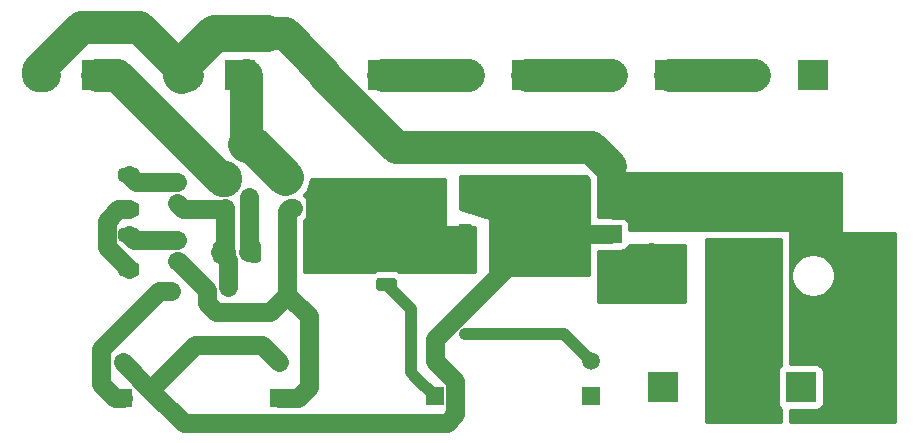
<source format=gbr>
%TF.GenerationSoftware,KiCad,Pcbnew,(5.1.9-0-10_14)*%
%TF.CreationDate,2022-04-24T23:49:05-07:00*%
%TF.ProjectId,PROTO_PCB_2022,50524f54-4f5f-4504-9342-5f323032322e,rev?*%
%TF.SameCoordinates,Original*%
%TF.FileFunction,Copper,L1,Top*%
%TF.FilePolarity,Positive*%
%FSLAX46Y46*%
G04 Gerber Fmt 4.6, Leading zero omitted, Abs format (unit mm)*
G04 Created by KiCad (PCBNEW (5.1.9-0-10_14)) date 2022-04-24 23:49:05*
%MOMM*%
%LPD*%
G01*
G04 APERTURE LIST*
%TA.AperFunction,ComponentPad*%
%ADD10C,3.500000*%
%TD*%
%TA.AperFunction,SMDPad,CuDef*%
%ADD11R,3.400000X1.800000*%
%TD*%
%TA.AperFunction,SMDPad,CuDef*%
%ADD12R,0.900000X0.800000*%
%TD*%
%TA.AperFunction,ComponentPad*%
%ADD13C,2.600000*%
%TD*%
%TA.AperFunction,ComponentPad*%
%ADD14R,2.600000X2.600000*%
%TD*%
%TA.AperFunction,ComponentPad*%
%ADD15C,1.520000*%
%TD*%
%TA.AperFunction,ComponentPad*%
%ADD16R,1.520000X1.520000*%
%TD*%
%TA.AperFunction,SMDPad,CuDef*%
%ADD17R,2.000000X1.500000*%
%TD*%
%TA.AperFunction,SMDPad,CuDef*%
%ADD18R,2.000000X3.800000*%
%TD*%
%TA.AperFunction,ViaPad*%
%ADD19C,0.800000*%
%TD*%
%TA.AperFunction,Conductor*%
%ADD20C,1.570000*%
%TD*%
%TA.AperFunction,Conductor*%
%ADD21C,2.768600*%
%TD*%
%TA.AperFunction,Conductor*%
%ADD22C,1.000000*%
%TD*%
%TA.AperFunction,Conductor*%
%ADD23C,3.140000*%
%TD*%
%TA.AperFunction,Conductor*%
%ADD24C,0.254000*%
%TD*%
%TA.AperFunction,Conductor*%
%ADD25C,0.100000*%
%TD*%
G04 APERTURE END LIST*
D10*
%TO.P,F1,2*%
%TO.N,12V_FOR_BRAKELIGHTS*%
X145344000Y-100838000D03*
%TO.P,F1,1*%
%TO.N,BATT_12V*%
X136144000Y-100838000D03*
%TD*%
%TO.P,D2,2*%
%TO.N,BRAKELIGHTS_EN_5V*%
%TA.AperFunction,SMDPad,CuDef*%
G36*
G01*
X86593000Y-95421000D02*
X87143000Y-95421000D01*
G75*
G02*
X87343000Y-95621000I0J-200000D01*
G01*
X87343000Y-96021000D01*
G75*
G02*
X87143000Y-96221000I-200000J0D01*
G01*
X86593000Y-96221000D01*
G75*
G02*
X86393000Y-96021000I0J200000D01*
G01*
X86393000Y-95621000D01*
G75*
G02*
X86593000Y-95421000I200000J0D01*
G01*
G37*
%TD.AperFunction*%
%TO.P,D2,1*%
%TO.N,Net-(D2-Pad1)*%
%TA.AperFunction,SMDPad,CuDef*%
G36*
G01*
X86593000Y-93771000D02*
X87143000Y-93771000D01*
G75*
G02*
X87343000Y-93971000I0J-200000D01*
G01*
X87343000Y-94371000D01*
G75*
G02*
X87143000Y-94571000I-200000J0D01*
G01*
X86593000Y-94571000D01*
G75*
G02*
X86393000Y-94371000I0J200000D01*
G01*
X86393000Y-93971000D01*
G75*
G02*
X86593000Y-93771000I200000J0D01*
G01*
G37*
%TD.AperFunction*%
%TD*%
D11*
%TO.P,TP3,1*%
%TO.N,GND*%
X104648000Y-94996000D03*
%TD*%
%TO.P,TP2,1*%
%TO.N,+5V*%
X112776000Y-94996000D03*
%TD*%
%TO.P,TP1,1*%
%TO.N,12V_FOR_BRAKELIGHTS*%
X134112000Y-94234000D03*
%TD*%
%TO.P,R5,2*%
%TO.N,GND*%
%TA.AperFunction,SMDPad,CuDef*%
G36*
G01*
X92871500Y-100701001D02*
X92871500Y-99450999D01*
G75*
G02*
X93121499Y-99201000I249999J0D01*
G01*
X93746501Y-99201000D01*
G75*
G02*
X93996500Y-99450999I0J-249999D01*
G01*
X93996500Y-100701001D01*
G75*
G02*
X93746501Y-100951000I-249999J0D01*
G01*
X93121499Y-100951000D01*
G75*
G02*
X92871500Y-100701001I0J249999D01*
G01*
G37*
%TD.AperFunction*%
%TO.P,R5,1*%
%TO.N,BRAKELIGHTS_EN_5V*%
%TA.AperFunction,SMDPad,CuDef*%
G36*
G01*
X89946500Y-100701001D02*
X89946500Y-99450999D01*
G75*
G02*
X90196499Y-99201000I249999J0D01*
G01*
X90821501Y-99201000D01*
G75*
G02*
X91071500Y-99450999I0J-249999D01*
G01*
X91071500Y-100701001D01*
G75*
G02*
X90821501Y-100951000I-249999J0D01*
G01*
X90196499Y-100951000D01*
G75*
G02*
X89946500Y-100701001I0J249999D01*
G01*
G37*
%TD.AperFunction*%
%TD*%
%TO.P,R4,2*%
%TO.N,GND*%
%TA.AperFunction,SMDPad,CuDef*%
G36*
G01*
X82178999Y-95896000D02*
X83429001Y-95896000D01*
G75*
G02*
X83679000Y-96145999I0J-249999D01*
G01*
X83679000Y-96771001D01*
G75*
G02*
X83429001Y-97021000I-249999J0D01*
G01*
X82178999Y-97021000D01*
G75*
G02*
X81929000Y-96771001I0J249999D01*
G01*
X81929000Y-96145999D01*
G75*
G02*
X82178999Y-95896000I249999J0D01*
G01*
G37*
%TD.AperFunction*%
%TO.P,R4,1*%
%TO.N,Net-(D2-Pad1)*%
%TA.AperFunction,SMDPad,CuDef*%
G36*
G01*
X82178999Y-92971000D02*
X83429001Y-92971000D01*
G75*
G02*
X83679000Y-93220999I0J-249999D01*
G01*
X83679000Y-93846001D01*
G75*
G02*
X83429001Y-94096000I-249999J0D01*
G01*
X82178999Y-94096000D01*
G75*
G02*
X81929000Y-93846001I0J249999D01*
G01*
X81929000Y-93220999D01*
G75*
G02*
X82178999Y-92971000I249999J0D01*
G01*
G37*
%TD.AperFunction*%
%TD*%
%TO.P,R3,2*%
%TO.N,GND*%
%TA.AperFunction,SMDPad,CuDef*%
G36*
G01*
X105235401Y-100446000D02*
X103985399Y-100446000D01*
G75*
G02*
X103735400Y-100196001I0J249999D01*
G01*
X103735400Y-99570999D01*
G75*
G02*
X103985399Y-99321000I249999J0D01*
G01*
X105235401Y-99321000D01*
G75*
G02*
X105485400Y-99570999I0J-249999D01*
G01*
X105485400Y-100196001D01*
G75*
G02*
X105235401Y-100446000I-249999J0D01*
G01*
G37*
%TD.AperFunction*%
%TO.P,R3,1*%
%TO.N,VESC_EN_5V*%
%TA.AperFunction,SMDPad,CuDef*%
G36*
G01*
X105235401Y-103371000D02*
X103985399Y-103371000D01*
G75*
G02*
X103735400Y-103121001I0J249999D01*
G01*
X103735400Y-102495999D01*
G75*
G02*
X103985399Y-102246000I249999J0D01*
G01*
X105235401Y-102246000D01*
G75*
G02*
X105485400Y-102495999I0J-249999D01*
G01*
X105485400Y-103121001D01*
G75*
G02*
X105235401Y-103371000I-249999J0D01*
G01*
G37*
%TD.AperFunction*%
%TD*%
%TO.P,R2,2*%
%TO.N,GND*%
%TA.AperFunction,SMDPad,CuDef*%
G36*
G01*
X98586500Y-100680000D02*
X98586500Y-99429998D01*
G75*
G02*
X98836499Y-99179999I249999J0D01*
G01*
X99461501Y-99179999D01*
G75*
G02*
X99711500Y-99429998I0J-249999D01*
G01*
X99711500Y-100680000D01*
G75*
G02*
X99461501Y-100929999I-249999J0D01*
G01*
X98836499Y-100929999D01*
G75*
G02*
X98586500Y-100680000I0J249999D01*
G01*
G37*
%TD.AperFunction*%
%TO.P,R2,1*%
%TO.N,HORN_EN_5V*%
%TA.AperFunction,SMDPad,CuDef*%
G36*
G01*
X95661500Y-100680000D02*
X95661500Y-99429998D01*
G75*
G02*
X95911499Y-99179999I249999J0D01*
G01*
X96536501Y-99179999D01*
G75*
G02*
X96786500Y-99429998I0J-249999D01*
G01*
X96786500Y-100680000D01*
G75*
G02*
X96536501Y-100929999I-249999J0D01*
G01*
X95911499Y-100929999D01*
G75*
G02*
X95661500Y-100680000I0J249999D01*
G01*
G37*
%TD.AperFunction*%
%TD*%
%TO.P,R1,2*%
%TO.N,GND*%
%TA.AperFunction,SMDPad,CuDef*%
G36*
G01*
X82178999Y-100976000D02*
X83429001Y-100976000D01*
G75*
G02*
X83679000Y-101225999I0J-249999D01*
G01*
X83679000Y-101851001D01*
G75*
G02*
X83429001Y-102101000I-249999J0D01*
G01*
X82178999Y-102101000D01*
G75*
G02*
X81929000Y-101851001I0J249999D01*
G01*
X81929000Y-101225999D01*
G75*
G02*
X82178999Y-100976000I249999J0D01*
G01*
G37*
%TD.AperFunction*%
%TO.P,R1,1*%
%TO.N,Net-(D1-Pad1)*%
%TA.AperFunction,SMDPad,CuDef*%
G36*
G01*
X82178999Y-98051000D02*
X83429001Y-98051000D01*
G75*
G02*
X83679000Y-98300999I0J-249999D01*
G01*
X83679000Y-98926001D01*
G75*
G02*
X83429001Y-99176000I-249999J0D01*
G01*
X82178999Y-99176000D01*
G75*
G02*
X81929000Y-98926001I0J249999D01*
G01*
X81929000Y-98300999D01*
G75*
G02*
X82178999Y-98051000I249999J0D01*
G01*
G37*
%TD.AperFunction*%
%TD*%
D12*
%TO.P,Q2,3*%
%TO.N,GND*%
X92948000Y-95504000D03*
%TO.P,Q2,2*%
%TO.N,BRAKELIGHTS_EN_5V*%
X90948000Y-96454000D03*
%TO.P,Q2,1*%
%TO.N,BRAKELIGHTS_GND*%
X90948000Y-94554000D03*
%TD*%
D13*
%TO.P,J10,2*%
%TO.N,ECU_KILL_EN_TOGGLESWITCH_2B*%
X123600200Y-85090000D03*
D14*
%TO.P,J10,1*%
%TO.N,ECU_KILL_EN_TOGGLESWITCH_3B*%
X128600200Y-85090000D03*
%TD*%
D13*
%TO.P,J9,2*%
%TO.N,ECU_KILL_EN_TOGGLESWITCH_1B*%
X111484400Y-85090000D03*
D14*
%TO.P,J9,1*%
%TO.N,ECU_KILL_EN_TOGGLESWITCH_2B*%
X116484400Y-85090000D03*
%TD*%
D13*
%TO.P,J8,2*%
%TO.N,12V_FOR_BRAKELIGHTS*%
X99368600Y-85090000D03*
D14*
%TO.P,J8,1*%
%TO.N,ECU_KILL_EN_TOGGLESWITCH_1B*%
X104368600Y-85090000D03*
%TD*%
D15*
%TO.P,J6,2*%
%TO.N,+5V*%
X82296000Y-109395001D03*
D16*
%TO.P,J6,1*%
%TO.N,BRAKELIGHTS_EN_5V*%
X82296000Y-112395000D03*
%TD*%
D15*
%TO.P,J4,2*%
%TO.N,VESC_EN_5V*%
X121920000Y-109268001D03*
D16*
%TO.P,J4,1*%
%TO.N,GND*%
X121920000Y-112268000D03*
%TD*%
D15*
%TO.P,J3,2*%
%TO.N,+5V*%
X108712000Y-109268001D03*
D16*
%TO.P,J3,1*%
%TO.N,VESC_EN_5V*%
X108712000Y-112268000D03*
%TD*%
D15*
%TO.P,J1,2*%
%TO.N,+5V*%
X95504000Y-109395001D03*
D16*
%TO.P,J1,1*%
%TO.N,HORN_EN_5V*%
X95504000Y-112395000D03*
%TD*%
%TO.P,D1,2*%
%TO.N,HORN_EN_5V*%
%TA.AperFunction,SMDPad,CuDef*%
G36*
G01*
X86593000Y-100310000D02*
X87143000Y-100310000D01*
G75*
G02*
X87343000Y-100510000I0J-200000D01*
G01*
X87343000Y-100910000D01*
G75*
G02*
X87143000Y-101110000I-200000J0D01*
G01*
X86593000Y-101110000D01*
G75*
G02*
X86393000Y-100910000I0J200000D01*
G01*
X86393000Y-100510000D01*
G75*
G02*
X86593000Y-100310000I200000J0D01*
G01*
G37*
%TD.AperFunction*%
%TO.P,D1,1*%
%TO.N,Net-(D1-Pad1)*%
%TA.AperFunction,SMDPad,CuDef*%
G36*
G01*
X86593000Y-98660000D02*
X87143000Y-98660000D01*
G75*
G02*
X87343000Y-98860000I0J-200000D01*
G01*
X87343000Y-99260000D01*
G75*
G02*
X87143000Y-99460000I-200000J0D01*
G01*
X86593000Y-99460000D01*
G75*
G02*
X86393000Y-99260000I0J200000D01*
G01*
X86393000Y-98860000D01*
G75*
G02*
X86593000Y-98660000I200000J0D01*
G01*
G37*
%TD.AperFunction*%
%TD*%
%TO.P,C2,2*%
%TO.N,GND*%
%TA.AperFunction,SMDPad,CuDef*%
G36*
G01*
X111876000Y-97901999D02*
X111876000Y-99202001D01*
G75*
G02*
X111626001Y-99452000I-249999J0D01*
G01*
X110975999Y-99452000D01*
G75*
G02*
X110726000Y-99202001I0J249999D01*
G01*
X110726000Y-97901999D01*
G75*
G02*
X110975999Y-97652000I249999J0D01*
G01*
X111626001Y-97652000D01*
G75*
G02*
X111876000Y-97901999I0J-249999D01*
G01*
G37*
%TD.AperFunction*%
%TO.P,C2,1*%
%TO.N,+5V*%
%TA.AperFunction,SMDPad,CuDef*%
G36*
G01*
X114826000Y-97901999D02*
X114826000Y-99202001D01*
G75*
G02*
X114576001Y-99452000I-249999J0D01*
G01*
X113925999Y-99452000D01*
G75*
G02*
X113676000Y-99202001I0J249999D01*
G01*
X113676000Y-97901999D01*
G75*
G02*
X113925999Y-97652000I249999J0D01*
G01*
X114576001Y-97652000D01*
G75*
G02*
X114826000Y-97901999I0J-249999D01*
G01*
G37*
%TD.AperFunction*%
%TD*%
%TO.P,C1,2*%
%TO.N,GND*%
%TA.AperFunction,SMDPad,CuDef*%
G36*
G01*
X126349999Y-99452000D02*
X127650001Y-99452000D01*
G75*
G02*
X127900000Y-99701999I0J-249999D01*
G01*
X127900000Y-100352001D01*
G75*
G02*
X127650001Y-100602000I-249999J0D01*
G01*
X126349999Y-100602000D01*
G75*
G02*
X126100000Y-100352001I0J249999D01*
G01*
X126100000Y-99701999D01*
G75*
G02*
X126349999Y-99452000I249999J0D01*
G01*
G37*
%TD.AperFunction*%
%TO.P,C1,1*%
%TO.N,12V_FOR_BRAKELIGHTS*%
%TA.AperFunction,SMDPad,CuDef*%
G36*
G01*
X126349999Y-96502000D02*
X127650001Y-96502000D01*
G75*
G02*
X127900000Y-96751999I0J-249999D01*
G01*
X127900000Y-97402001D01*
G75*
G02*
X127650001Y-97652000I-249999J0D01*
G01*
X126349999Y-97652000D01*
G75*
G02*
X126100000Y-97402001I0J249999D01*
G01*
X126100000Y-96751999D01*
G75*
G02*
X126349999Y-96502000I249999J0D01*
G01*
G37*
%TD.AperFunction*%
%TD*%
D17*
%TO.P,U1,1*%
%TO.N,GND*%
X123546000Y-100852000D03*
%TO.P,U1,3*%
%TO.N,12V_FOR_BRAKELIGHTS*%
X123546000Y-96252000D03*
%TO.P,U1,2*%
%TO.N,+5V*%
X123546000Y-98552000D03*
D18*
X117246000Y-98552000D03*
%TD*%
D13*
%TO.P,J2,2*%
%TO.N,12V_FOR_BRAKELIGHTS*%
X87252800Y-85090000D03*
D14*
%TO.P,J2,1*%
%TO.N,HORN_GND*%
X92252800Y-85090000D03*
%TD*%
D13*
%TO.P,J7,2*%
%TO.N,12V_FOR_BRAKELIGHTS*%
X75137000Y-85090000D03*
D14*
%TO.P,J7,1*%
%TO.N,BRAKELIGHTS_GND*%
X80137000Y-85090000D03*
%TD*%
D13*
%TO.P,J5,2*%
%TO.N,ECU_KILL_EN_TOGGLESWITCH_3B*%
X135716000Y-85090000D03*
D14*
%TO.P,J5,1*%
%TO.N,GND*%
X140716000Y-85090000D03*
%TD*%
D13*
%TO.P,J12,2*%
%TO.N,12V_FOR_BRAKELIGHTS*%
X144700000Y-111506000D03*
D14*
%TO.P,J12,1*%
%TO.N,GND*%
X139700000Y-111506000D03*
%TD*%
D13*
%TO.P,J11,2*%
%TO.N,BATT_12V*%
X133016000Y-111506000D03*
D14*
%TO.P,J11,1*%
%TO.N,GND*%
X128016000Y-111506000D03*
%TD*%
D12*
%TO.P,Q1,3*%
%TO.N,GND*%
X98686500Y-95377000D03*
%TO.P,Q1,2*%
%TO.N,HORN_EN_5V*%
X96686500Y-96327000D03*
%TO.P,Q1,1*%
%TO.N,HORN_GND*%
X96686500Y-94427000D03*
%TD*%
D19*
%TO.N,GND*%
X123190000Y-103632000D03*
X126238000Y-102616000D03*
X127762000Y-102616000D03*
X124714000Y-103632000D03*
X126238000Y-103632000D03*
X127762000Y-103632000D03*
X129286000Y-103632000D03*
X101600000Y-97790000D03*
X103124000Y-97790000D03*
X104648000Y-97790000D03*
X106172000Y-97790000D03*
X107696000Y-97790000D03*
X109220000Y-97790000D03*
X107696000Y-99314000D03*
X107696000Y-100838000D03*
X101600000Y-99314000D03*
X101600000Y-100838000D03*
X101600000Y-96266000D03*
X101600000Y-94742000D03*
X107696000Y-96266000D03*
X107696000Y-94742000D03*
X109220000Y-99314000D03*
X109220000Y-100838000D03*
X129286000Y-102616000D03*
X92964000Y-98298000D03*
X80943990Y-98126010D03*
X80943990Y-99142010D03*
%TO.N,BRAKELIGHTS_EN_5V*%
X91440000Y-102870000D03*
X90932000Y-101854000D03*
X86360000Y-103378000D03*
X85350429Y-103384429D03*
%TO.N,VESC_EN_5V*%
X112268000Y-106934000D03*
X106680000Y-107950000D03*
X111252000Y-106934000D03*
X106680000Y-106934000D03*
%TD*%
D20*
%TO.N,GND*%
X92964000Y-99996000D02*
X92884000Y-100076000D01*
X92964000Y-95391000D02*
X92964000Y-98171000D01*
X98599000Y-95542499D02*
X98686500Y-95454999D01*
X98599000Y-100054999D02*
X98599000Y-98378000D01*
X92964000Y-98171000D02*
X92964000Y-98298000D01*
X126175000Y-100852000D02*
X127000000Y-100027000D01*
X123546000Y-100852000D02*
X125462000Y-100852000D01*
X98599000Y-98378000D02*
X98599000Y-95542499D01*
X125462000Y-100852000D02*
X126175000Y-100852000D01*
X92964000Y-98298000D02*
X92964000Y-99996000D01*
X80943990Y-99678490D02*
X82804000Y-101538500D01*
X80943990Y-97443510D02*
X80943990Y-98126010D01*
X81929000Y-96458500D02*
X80943990Y-97443510D01*
X82804000Y-96458500D02*
X81929000Y-96458500D01*
X80943990Y-98126010D02*
X80943990Y-99142010D01*
X80943990Y-99142010D02*
X80943990Y-99678490D01*
X125462000Y-100852000D02*
X126478000Y-100852000D01*
D21*
%TO.N,ECU_KILL_EN_TOGGLESWITCH_1B*%
X104368600Y-85090000D02*
X111484400Y-85090000D01*
%TO.N,ECU_KILL_EN_TOGGLESWITCH_2B*%
X116484400Y-85090000D02*
X123600200Y-85090000D01*
%TO.N,ECU_KILL_EN_TOGGLESWITCH_3B*%
X128600200Y-85090000D02*
X135716000Y-85090000D01*
D20*
%TO.N,BRAKELIGHTS_EN_5V*%
X90964000Y-99981000D02*
X91059000Y-100076000D01*
X90964000Y-96341000D02*
X90964000Y-99981000D01*
X87380990Y-96454000D02*
X86868000Y-95941010D01*
X90948000Y-96454000D02*
X87380990Y-96454000D01*
X81661000Y-112395000D02*
X80461001Y-111195001D01*
X80461001Y-108273857D02*
X85350429Y-103384429D01*
X80461001Y-111195001D02*
X80461001Y-108273857D01*
X82296000Y-112395000D02*
X81661000Y-112395000D01*
X85356858Y-103378000D02*
X86360000Y-103378000D01*
X86360000Y-103378000D02*
X86360000Y-103378000D01*
X85350429Y-103384429D02*
X85356858Y-103378000D01*
X91178009Y-100745009D02*
X91178009Y-102992991D01*
X90509000Y-100076000D02*
X91178009Y-100745009D01*
%TO.N,HORN_EN_5V*%
X96686500Y-96327000D02*
X96459000Y-96327000D01*
X96224000Y-96562000D02*
X96224000Y-100054999D01*
X96459000Y-96327000D02*
X96224000Y-96562000D01*
X96224000Y-103674000D02*
X96224000Y-100054999D01*
X89408000Y-104394000D02*
X89408000Y-103250000D01*
X90170000Y-105156000D02*
X89408000Y-104394000D01*
X89408000Y-103250000D02*
X86988010Y-100830010D01*
X86988010Y-100830010D02*
X86868000Y-100830010D01*
X94742000Y-105156000D02*
X90170000Y-105156000D01*
X96224000Y-103674000D02*
X94742000Y-105156000D01*
X98044000Y-105494000D02*
X96224000Y-103674000D01*
X98044000Y-111506000D02*
X98044000Y-105494000D01*
X97155000Y-112395000D02*
X98044000Y-111506000D01*
X95504000Y-112395000D02*
X97155000Y-112395000D01*
%TO.N,+5V*%
X123546000Y-98552000D02*
X117246000Y-98552000D01*
X110457001Y-111013002D02*
X108712000Y-109268001D01*
X110457001Y-113816001D02*
X110457001Y-111013002D01*
X109719002Y-114554000D02*
X110457001Y-113816001D01*
X87454999Y-114554000D02*
X109719002Y-114554000D01*
X82296000Y-109395001D02*
X84621500Y-111720500D01*
X84621500Y-111720500D02*
X87454999Y-114554000D01*
X94058999Y-107950000D02*
X95504000Y-109395001D01*
X88392000Y-107950000D02*
X94058999Y-107950000D01*
X84621500Y-111720500D02*
X88392000Y-107950000D01*
X108712000Y-109268001D02*
X108712000Y-107442000D01*
X108712000Y-107442000D02*
X115316000Y-100838000D01*
D22*
%TO.N,VESC_EN_5V*%
X106680000Y-110236000D02*
X107061000Y-110617000D01*
X106680000Y-104878100D02*
X106680000Y-106934000D01*
X107061000Y-110617000D02*
X108712000Y-112268000D01*
X104610400Y-102808500D02*
X106680000Y-104878100D01*
X106680000Y-107950000D02*
X106680000Y-110236000D01*
X106680000Y-106934000D02*
X106680000Y-107950000D01*
X119620059Y-106968060D02*
X111286060Y-106968060D01*
X121920000Y-109268001D02*
X119620059Y-106968060D01*
D21*
%TO.N,12V_FOR_BRAKELIGHTS*%
X99368600Y-85090000D02*
X105464600Y-91186000D01*
X105464600Y-91186000D02*
X121920000Y-91186000D01*
X121920000Y-91186000D02*
X123546000Y-92812000D01*
X125847742Y-96252000D02*
X126175000Y-96252000D01*
X125813441Y-96217699D02*
X125847742Y-96252000D01*
X75645000Y-85090000D02*
X75137000Y-85090000D01*
X83646000Y-81026000D02*
X87710000Y-85090000D01*
X78749258Y-81026000D02*
X83646000Y-81026000D01*
X75137000Y-84638258D02*
X78749258Y-81026000D01*
X75137000Y-85090000D02*
X75137000Y-84638258D01*
X96012000Y-81534000D02*
X99368600Y-84890600D01*
X99368600Y-84890600D02*
X99368600Y-85090000D01*
X94488000Y-81534000D02*
X96012000Y-81534000D01*
D23*
X90022798Y-81534000D02*
X87252800Y-84303998D01*
X87252800Y-84303998D02*
X87252800Y-85090000D01*
X94488000Y-81534000D02*
X90022798Y-81534000D01*
D21*
%TO.N,BRAKELIGHTS_GND*%
X80645000Y-85090000D02*
X81105000Y-85090000D01*
X90932000Y-93971690D02*
X90932000Y-93726000D01*
X90669690Y-93971690D02*
X90932000Y-93971690D01*
X81788000Y-85090000D02*
X90669690Y-93971690D01*
X80137000Y-85090000D02*
X81788000Y-85090000D01*
%TO.N,HORN_GND*%
X92710000Y-85090000D02*
X92710000Y-90958500D01*
X92710000Y-90958500D02*
X92736500Y-90958500D01*
D23*
X92710000Y-90958500D02*
X93244500Y-90958500D01*
X93244500Y-90958500D02*
X96012000Y-93726000D01*
D20*
%TO.N,Net-(D1-Pad1)*%
X83250500Y-99060000D02*
X82804000Y-98613500D01*
X86868000Y-99060000D02*
X83250500Y-99060000D01*
%TO.N,Net-(D2-Pad1)*%
X83441500Y-94171000D02*
X82804000Y-93533500D01*
X86868000Y-94171000D02*
X83441500Y-94171000D01*
%TD*%
D24*
%TO.N,+5V*%
X121793000Y-93914722D02*
X121793000Y-101981000D01*
X113411000Y-101981000D01*
X113411000Y-97282000D01*
X113408560Y-97257224D01*
X113401333Y-97233399D01*
X113389597Y-97211443D01*
X113373803Y-97192197D01*
X113354557Y-97176403D01*
X113332601Y-97164667D01*
X113320493Y-97160356D01*
X110871000Y-96425508D01*
X110871000Y-93599000D01*
X121477279Y-93599000D01*
X121793000Y-93914722D01*
%TA.AperFunction,Conductor*%
D25*
G36*
X121793000Y-93914722D02*
G01*
X121793000Y-101981000D01*
X113411000Y-101981000D01*
X113411000Y-97282000D01*
X113408560Y-97257224D01*
X113401333Y-97233399D01*
X113389597Y-97211443D01*
X113373803Y-97192197D01*
X113354557Y-97176403D01*
X113332601Y-97164667D01*
X113320493Y-97160356D01*
X110871000Y-96425508D01*
X110871000Y-93599000D01*
X121477279Y-93599000D01*
X121793000Y-93914722D01*
G37*
%TD.AperFunction*%
%TD*%
D24*
%TO.N,GND*%
X109601000Y-97790000D02*
X109603440Y-97814776D01*
X109610667Y-97838601D01*
X109622403Y-97860557D01*
X109638197Y-97879803D01*
X109657443Y-97895597D01*
X109679399Y-97907333D01*
X109703224Y-97914560D01*
X109728000Y-97917000D01*
X112141000Y-97917000D01*
X112141000Y-101727000D01*
X105671548Y-101727000D01*
X105575251Y-101675528D01*
X105408655Y-101624992D01*
X105235401Y-101607928D01*
X103985399Y-101607928D01*
X103812145Y-101624992D01*
X103645549Y-101675528D01*
X103549252Y-101727000D01*
X97663000Y-101727000D01*
X97663000Y-97362579D01*
X97695449Y-97335949D01*
X97872899Y-97119726D01*
X98004756Y-96873040D01*
X98085953Y-96605369D01*
X98113370Y-96327000D01*
X98085953Y-96048631D01*
X98004756Y-95780960D01*
X97872899Y-95534274D01*
X97695449Y-95318051D01*
X97663000Y-95291421D01*
X97663000Y-95190012D01*
X97854262Y-94956959D01*
X98059011Y-94573899D01*
X98185095Y-94158255D01*
X98215160Y-93853000D01*
X109601000Y-93853000D01*
X109601000Y-97790000D01*
%TA.AperFunction,Conductor*%
D25*
G36*
X109601000Y-97790000D02*
G01*
X109603440Y-97814776D01*
X109610667Y-97838601D01*
X109622403Y-97860557D01*
X109638197Y-97879803D01*
X109657443Y-97895597D01*
X109679399Y-97907333D01*
X109703224Y-97914560D01*
X109728000Y-97917000D01*
X112141000Y-97917000D01*
X112141000Y-101727000D01*
X105671548Y-101727000D01*
X105575251Y-101675528D01*
X105408655Y-101624992D01*
X105235401Y-101607928D01*
X103985399Y-101607928D01*
X103812145Y-101624992D01*
X103645549Y-101675528D01*
X103549252Y-101727000D01*
X97663000Y-101727000D01*
X97663000Y-97362579D01*
X97695449Y-97335949D01*
X97872899Y-97119726D01*
X98004756Y-96873040D01*
X98085953Y-96605369D01*
X98113370Y-96327000D01*
X98085953Y-96048631D01*
X98004756Y-95780960D01*
X97872899Y-95534274D01*
X97695449Y-95318051D01*
X97663000Y-95291421D01*
X97663000Y-95190012D01*
X97854262Y-94956959D01*
X98059011Y-94573899D01*
X98185095Y-94158255D01*
X98215160Y-93853000D01*
X109601000Y-93853000D01*
X109601000Y-97790000D01*
G37*
%TD.AperFunction*%
%TD*%
D24*
%TO.N,GND*%
X129921000Y-104267000D02*
X122555000Y-104267000D01*
X122555000Y-99972000D01*
X123615752Y-99972000D01*
X123824369Y-99951453D01*
X123861887Y-99940072D01*
X124546000Y-99940072D01*
X124670482Y-99927812D01*
X124790180Y-99891502D01*
X124900494Y-99832537D01*
X124997185Y-99753185D01*
X125076537Y-99656494D01*
X125135502Y-99546180D01*
X125167408Y-99441000D01*
X129921000Y-99441000D01*
X129921000Y-104267000D01*
%TA.AperFunction,Conductor*%
D25*
G36*
X129921000Y-104267000D02*
G01*
X122555000Y-104267000D01*
X122555000Y-99972000D01*
X123615752Y-99972000D01*
X123824369Y-99951453D01*
X123861887Y-99940072D01*
X124546000Y-99940072D01*
X124670482Y-99927812D01*
X124790180Y-99891502D01*
X124900494Y-99832537D01*
X124997185Y-99753185D01*
X125076537Y-99656494D01*
X125135502Y-99546180D01*
X125167408Y-99441000D01*
X129921000Y-99441000D01*
X129921000Y-104267000D01*
G37*
%TD.AperFunction*%
%TD*%
D24*
%TO.N,12V_FOR_BRAKELIGHTS*%
X143129000Y-98298000D02*
X143131440Y-98322776D01*
X143138667Y-98346601D01*
X143150403Y-98368557D01*
X143166197Y-98387803D01*
X143185443Y-98403597D01*
X143207399Y-98415333D01*
X143231224Y-98422560D01*
X143256000Y-98425000D01*
X147701000Y-98425000D01*
X147701000Y-114427000D01*
X138811000Y-114427000D01*
X138811000Y-113444072D01*
X141000000Y-113444072D01*
X141124482Y-113431812D01*
X141244180Y-113395502D01*
X141354494Y-113336537D01*
X141451185Y-113257185D01*
X141530537Y-113160494D01*
X141589502Y-113050180D01*
X141625812Y-112930482D01*
X141638072Y-112806000D01*
X141638072Y-110206000D01*
X141625812Y-110081518D01*
X141589502Y-109961820D01*
X141530537Y-109851506D01*
X141451185Y-109754815D01*
X141354494Y-109675463D01*
X141244180Y-109616498D01*
X141124482Y-109580188D01*
X141000000Y-109567928D01*
X138811000Y-109567928D01*
X138811000Y-101857268D01*
X138909000Y-101857268D01*
X138909000Y-102218732D01*
X138979518Y-102573250D01*
X139117844Y-102907199D01*
X139318662Y-103207744D01*
X139574256Y-103463338D01*
X139874801Y-103664156D01*
X140208750Y-103802482D01*
X140563268Y-103873000D01*
X140924732Y-103873000D01*
X141279250Y-103802482D01*
X141613199Y-103664156D01*
X141913744Y-103463338D01*
X142169338Y-103207744D01*
X142370156Y-102907199D01*
X142508482Y-102573250D01*
X142579000Y-102218732D01*
X142579000Y-101857268D01*
X142508482Y-101502750D01*
X142370156Y-101168801D01*
X142169338Y-100868256D01*
X141913744Y-100612662D01*
X141613199Y-100411844D01*
X141279250Y-100273518D01*
X140924732Y-100203000D01*
X140563268Y-100203000D01*
X140208750Y-100273518D01*
X139874801Y-100411844D01*
X139574256Y-100612662D01*
X139318662Y-100868256D01*
X139117844Y-101168801D01*
X138979518Y-101502750D01*
X138909000Y-101857268D01*
X138811000Y-101857268D01*
X138811000Y-98298000D01*
X138808560Y-98273224D01*
X138801333Y-98249399D01*
X138789597Y-98227443D01*
X138773803Y-98208197D01*
X138754557Y-98192403D01*
X138732601Y-98180667D01*
X138708776Y-98173440D01*
X138684000Y-98171000D01*
X125184072Y-98171000D01*
X125184072Y-97802000D01*
X125171812Y-97677518D01*
X125135502Y-97557820D01*
X125076537Y-97447506D01*
X124997185Y-97350815D01*
X124900494Y-97271463D01*
X124790180Y-97212498D01*
X124670482Y-97176188D01*
X124546000Y-97163928D01*
X123861887Y-97163928D01*
X123824369Y-97152547D01*
X123615752Y-97132000D01*
X122555000Y-97132000D01*
X122555000Y-93345000D01*
X143129000Y-93345000D01*
X143129000Y-98298000D01*
%TA.AperFunction,Conductor*%
D25*
G36*
X143129000Y-98298000D02*
G01*
X143131440Y-98322776D01*
X143138667Y-98346601D01*
X143150403Y-98368557D01*
X143166197Y-98387803D01*
X143185443Y-98403597D01*
X143207399Y-98415333D01*
X143231224Y-98422560D01*
X143256000Y-98425000D01*
X147701000Y-98425000D01*
X147701000Y-114427000D01*
X138811000Y-114427000D01*
X138811000Y-113444072D01*
X141000000Y-113444072D01*
X141124482Y-113431812D01*
X141244180Y-113395502D01*
X141354494Y-113336537D01*
X141451185Y-113257185D01*
X141530537Y-113160494D01*
X141589502Y-113050180D01*
X141625812Y-112930482D01*
X141638072Y-112806000D01*
X141638072Y-110206000D01*
X141625812Y-110081518D01*
X141589502Y-109961820D01*
X141530537Y-109851506D01*
X141451185Y-109754815D01*
X141354494Y-109675463D01*
X141244180Y-109616498D01*
X141124482Y-109580188D01*
X141000000Y-109567928D01*
X138811000Y-109567928D01*
X138811000Y-101857268D01*
X138909000Y-101857268D01*
X138909000Y-102218732D01*
X138979518Y-102573250D01*
X139117844Y-102907199D01*
X139318662Y-103207744D01*
X139574256Y-103463338D01*
X139874801Y-103664156D01*
X140208750Y-103802482D01*
X140563268Y-103873000D01*
X140924732Y-103873000D01*
X141279250Y-103802482D01*
X141613199Y-103664156D01*
X141913744Y-103463338D01*
X142169338Y-103207744D01*
X142370156Y-102907199D01*
X142508482Y-102573250D01*
X142579000Y-102218732D01*
X142579000Y-101857268D01*
X142508482Y-101502750D01*
X142370156Y-101168801D01*
X142169338Y-100868256D01*
X141913744Y-100612662D01*
X141613199Y-100411844D01*
X141279250Y-100273518D01*
X140924732Y-100203000D01*
X140563268Y-100203000D01*
X140208750Y-100273518D01*
X139874801Y-100411844D01*
X139574256Y-100612662D01*
X139318662Y-100868256D01*
X139117844Y-101168801D01*
X138979518Y-101502750D01*
X138909000Y-101857268D01*
X138811000Y-101857268D01*
X138811000Y-98298000D01*
X138808560Y-98273224D01*
X138801333Y-98249399D01*
X138789597Y-98227443D01*
X138773803Y-98208197D01*
X138754557Y-98192403D01*
X138732601Y-98180667D01*
X138708776Y-98173440D01*
X138684000Y-98171000D01*
X125184072Y-98171000D01*
X125184072Y-97802000D01*
X125171812Y-97677518D01*
X125135502Y-97557820D01*
X125076537Y-97447506D01*
X124997185Y-97350815D01*
X124900494Y-97271463D01*
X124790180Y-97212498D01*
X124670482Y-97176188D01*
X124546000Y-97163928D01*
X123861887Y-97163928D01*
X123824369Y-97152547D01*
X123615752Y-97132000D01*
X122555000Y-97132000D01*
X122555000Y-93345000D01*
X143129000Y-93345000D01*
X143129000Y-98298000D01*
G37*
%TD.AperFunction*%
%TD*%
D24*
%TO.N,BATT_12V*%
X138049000Y-109673595D02*
X138045506Y-109675463D01*
X137948815Y-109754815D01*
X137869463Y-109851506D01*
X137810498Y-109961820D01*
X137774188Y-110081518D01*
X137761928Y-110206000D01*
X137761928Y-112806000D01*
X137774188Y-112930482D01*
X137810498Y-113050180D01*
X137869463Y-113160494D01*
X137948815Y-113257185D01*
X138045506Y-113336537D01*
X138049000Y-113338405D01*
X138049000Y-114427000D01*
X131699000Y-114427000D01*
X131699000Y-98933000D01*
X138049000Y-98933000D01*
X138049000Y-109673595D01*
%TA.AperFunction,Conductor*%
D25*
G36*
X138049000Y-109673595D02*
G01*
X138045506Y-109675463D01*
X137948815Y-109754815D01*
X137869463Y-109851506D01*
X137810498Y-109961820D01*
X137774188Y-110081518D01*
X137761928Y-110206000D01*
X137761928Y-112806000D01*
X137774188Y-112930482D01*
X137810498Y-113050180D01*
X137869463Y-113160494D01*
X137948815Y-113257185D01*
X138045506Y-113336537D01*
X138049000Y-113338405D01*
X138049000Y-114427000D01*
X131699000Y-114427000D01*
X131699000Y-98933000D01*
X138049000Y-98933000D01*
X138049000Y-109673595D01*
G37*
%TD.AperFunction*%
%TD*%
M02*

</source>
